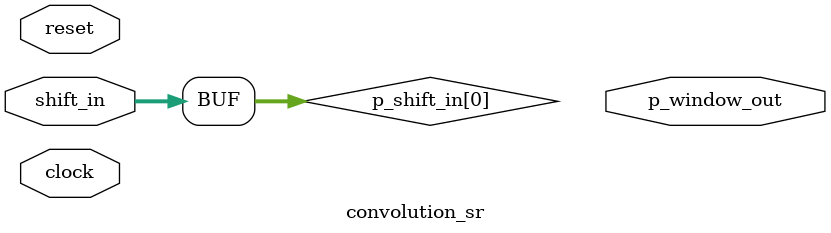
<source format=v>
/*
     Parallel SR     RAM SR
     Window
in ->[0,0][1,0][2,0]->[0][1][2][3]->
    >[0,1][1,1][2,1]->[0][1][2][3]->
    >[0,2][1,2][2,2]>

*/
module convolution_sr #(
  parameter P_SR_DEPTH = -1,
  parameter RAM_SR_DEPTH = -1,
  parameter NUM_SR_ROWS = -1 // the y dimension of the parallel out 'window'
)(
  input clock,
  input reset,
  input [7:0] shift_in,

  output [8*P_SR_DEPTH*NUM_SR_ROWS-1:0] p_window_out
);

// reg declarations
// wire declarations
wire [7:0] p_shift_in [NUM_SR_ROWS-1:0];
wire [7:0] p_shift_out [NUM_SR_ROWS-1:0];
wire [8*P_SR_DEPTH-1:0] p_sr_vector [NUM_SR_ROWS-1:0];

// assign statments
assign p_shift_in[0] = shift_in;

genvar i;
generate
// Instantiate Parallel Out Shift Regs
for(i=0; i<NUM_SR_ROWS; i=i+1) begin : p_sr_loop
  parallel_out_sr #(
    .DEPTH(P_SR_DEPTH)
  )
  p_sr_inst (
    .clock(clock),
    .reset(reset),
    .shift_in(p_shift_in[i]),
    .shift_out(p_shift_out[i]),
    .p_out(p_sr_vector[i])
  );
end 

// Instantiate Ram Shift Regs
for(i=0; i<NUM_SR_ROWS-1; i=i+1) begin : ram_sr_loop
  ram_sr #(
    .DEPTH(RAM_SR_DEPTH)
  )
  ram_sr_inst (
    .clock(clock),
    .reset(reset),
    .shift_in(p_shift_out[i]),
    .shift_out(p_shift_in[i+1])
  );
end

// connect p out vectors to window output
for(i=0; i<NUM_SR_ROWS; i=i+1) begin : connect_window_wire
  assign p_window_out[i*8*P_SR_DEPTH+8*P_SR_DEPTH-1:i*8*P_SR_DEPTH] = p_sr_vector[i];
end

endgenerate

endmodule

</source>
